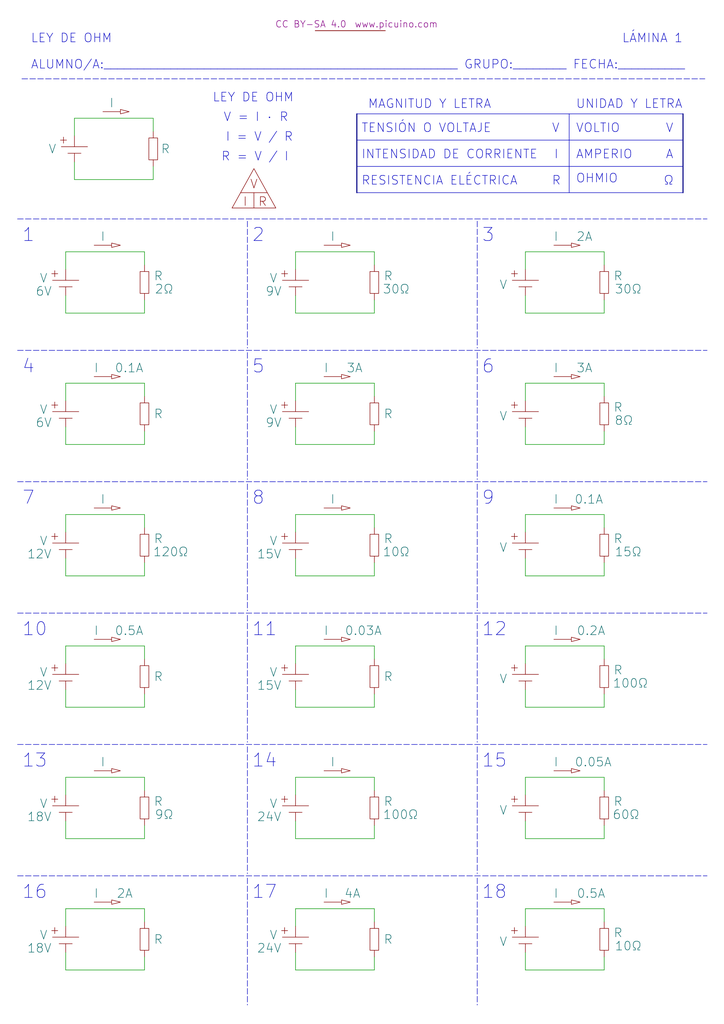
<source format=kicad_sch>
(kicad_sch (version 20231120) (generator "eeschema") (generator_version "8.0")
  (paper "A4" portrait)
  (title_block (title "Ley de Ohm") (date "2021-05-15") (company "www.picuino.com") (comment 1 "Copyright (c) 2021 by Carlos Pardo") (comment 2 "License CC BY-SA 4.0"))
  (lib_symbols
    (symbol "electric-ley-ohm-inicio-rescue:CopyRight-simbolos" (pin_names (offset 1.016))
      (property "License" "CC BY-SA 4.0" (at -1.27 -1.27 0))
      (property "Web" "www.picuino.com" (at 0 -1.27 0))
      (symbol "CopyRight-simbolos_0_1"
        (polyline (pts (xy -10.16 0) (xy 10.16 0)) (stroke (width 0.2032)))
      )
    )
    (symbol "electric-ley-ohm-inicio-rescue:Ley_Ohm-simbolos" (pin_names (offset 1.016))
      (symbol "Ley_Ohm-simbolos_0_0"
        (text "I" (at -2.54 1.905 0) (effects (font (size 2.54 2.54))))
        (text "R" (at 2.54 1.905 0) (effects (font (size 2.54 2.54))))
        (text "V" (at 0 6.985 0) (effects (font (size 2.54 2.54))))
      )
      (symbol "Ley_Ohm-simbolos_0_1"
        (polyline (pts (xy -6.35 0) (xy 6.35 0)))
        (polyline (pts (xy -3.81 4.445) (xy 3.81 4.445)))
        (polyline (pts (xy 0 4.445) (xy 0 0)))
        (polyline (pts (xy -6.35 0) (xy 0 11.43) (xy 6.35 0)))
      )
    )
    (symbol "electric-ley-ohm-inicio-rescue:Pila-simbolos" (pin_names (offset 1.016))
      (property "Reference" "V" (at 5.08 -4.445 0))
      (symbol "Pila-simbolos_0_1"
        (polyline (pts (xy -4.064 -1.27) (xy -2.286 -1.27)))
        (polyline (pts (xy -3.81 -3.175) (xy 3.81 -3.175)))
        (polyline (pts (xy -3.175 -0.381) (xy -3.175 -2.159)))
        (polyline (pts (xy -1.905 -5.08) (xy 1.905 -5.08)))
      )
      (symbol "Pila-simbolos_1_1"
        (pin input line (at 0 -7.62 90) (length 2.54) (name "") (number ""))
        (pin input line (at 0 0 270) (length 3.175) (name "") (number ""))
      )
    )
    (symbol "electric-ley-ohm-inicio-rescue:current-simbolos" (pin_names (offset 1.016))
      (property "Reference" "I" (at 2.54 1.27 0))
      (symbol "current-simbolos_0_1"
        (polyline (pts (xy 0 0) (xy 5.08 0) (xy 5.08 0.635) (xy 7.62 0) (xy 5.08 -0.635) (xy 5.08 0)))
      )
    )
    (symbol "electric-ley-ohm-inicio-rescue:resistencia-simbolos" (pin_names (offset 1.016))
      (property "Reference" "R" (at 1.905 -5.08 0))
      (symbol "resistencia-simbolos_0_1"
        (rectangle (start -1.27 -1.905) (end 1.27 -8.255))
      )
      (symbol "resistencia-simbolos_1_1"
        (pin input line (at 0 -10.16 90) (length 1.905) (name "") (number ""))
        (pin input line (at 0 0 270) (length 1.905) (name "") (number ""))
      )
    )
  )
  (wire (pts (xy 19.05 243.205) (xy 41.91 243.205)))
  (polyline (pts (xy 138.43 216.535) (xy 138.43 253.365)) (stroke (width 0) (type dash)))
  (wire (pts (xy 85.725 111.125) (xy 108.585 111.125)))
  (wire (pts (xy 108.585 281.305) (xy 108.585 277.495)))
  (wire (pts (xy 152.4 111.125) (xy 175.26 111.125)))
  (wire (pts (xy 85.725 85.725) (xy 85.725 90.805)))
  (polyline (pts (xy 138.43 178.435) (xy 138.43 215.265)) (stroke (width 0) (type dash)))
  (wire (pts (xy 175.26 281.305) (xy 175.26 277.495)))
  (wire (pts (xy 85.725 192.405) (xy 85.725 187.325)))
  (polyline (pts (xy 165.1 33.02) (xy 165.1 55.88)))
  (polyline (pts (xy 138.43 64.135) (xy 138.43 100.965)) (stroke (width 0) (type dash)))
  (wire (pts (xy 108.585 111.125) (xy 108.585 114.935)))
  (wire (pts (xy 152.4 78.105) (xy 152.4 73.025)))
  (wire (pts (xy 41.91 73.025) (xy 41.91 76.835)))
  (wire (pts (xy 175.26 73.025) (xy 175.26 76.835)))
  (wire (pts (xy 108.585 73.025) (xy 108.585 76.835)))
  (wire (pts (xy 41.91 187.325) (xy 41.91 191.135)))
  (bus (pts (xy 103.505 33.02) (xy 103.505 55.88)))
  (wire (pts (xy 44.45 52.07) (xy 44.45 48.26)))
  (wire (pts (xy 152.4 268.605) (xy 152.4 263.525)))
  (wire (pts (xy 175.26 90.805) (xy 175.26 86.995)))
  (polyline (pts (xy 5.08 177.8) (xy 205.105 177.8)) (stroke (width 0) (type dash)))
  (wire (pts (xy 19.05 268.605) (xy 19.05 263.525)))
  (wire (pts (xy 85.725 225.425) (xy 108.585 225.425)))
  (wire (pts (xy 175.26 111.125) (xy 175.26 114.935)))
  (polyline (pts (xy 5.08 215.9) (xy 205.105 215.9)) (stroke (width 0) (type dash)))
  (wire (pts (xy 19.05 90.805) (xy 41.91 90.805)))
  (wire (pts (xy 19.05 116.205) (xy 19.05 111.125)))
  (wire (pts (xy 108.585 167.005) (xy 108.585 163.195)))
  (wire (pts (xy 108.585 90.805) (xy 108.585 86.995)))
  (wire (pts (xy 152.4 90.805) (xy 175.26 90.805)))
  (wire (pts (xy 19.05 123.825) (xy 19.05 128.905)))
  (wire (pts (xy 85.725 238.125) (xy 85.725 243.205)))
  (wire (pts (xy 85.725 187.325) (xy 108.585 187.325)))
  (wire (pts (xy 41.91 243.205) (xy 41.91 239.395)))
  (wire (pts (xy 85.725 149.225) (xy 108.585 149.225)))
  (wire (pts (xy 19.05 192.405) (xy 19.05 187.325)))
  (wire (pts (xy 19.05 78.105) (xy 19.05 73.025)))
  (wire (pts (xy 44.45 34.29) (xy 44.45 38.1)))
  (wire (pts (xy 152.4 205.105) (xy 175.26 205.105)))
  (wire (pts (xy 85.725 123.825) (xy 85.725 128.905)))
  (wire (pts (xy 152.4 123.825) (xy 152.4 128.905)))
  (polyline (pts (xy 198.12 33.02) (xy 198.12 55.88)))
  (wire (pts (xy 85.725 90.805) (xy 108.585 90.805)))
  (wire (pts (xy 41.91 149.225) (xy 41.91 153.035)))
  (polyline (pts (xy 6.35 22.86) (xy 204.47 22.86)) (stroke (width 0) (type dash)))
  (polyline (pts (xy 103.505 40.64) (xy 198.12 40.64)))
  (wire (pts (xy 85.725 161.925) (xy 85.725 167.005)))
  (wire (pts (xy 19.05 263.525) (xy 41.91 263.525)))
  (wire (pts (xy 152.4 167.005) (xy 175.26 167.005)))
  (wire (pts (xy 85.725 281.305) (xy 108.585 281.305)))
  (wire (pts (xy 19.05 154.305) (xy 19.05 149.225)))
  (polyline (pts (xy 103.505 33.02) (xy 198.12 33.02)))
  (wire (pts (xy 152.4 149.225) (xy 175.26 149.225)))
  (polyline (pts (xy 5.08 139.7) (xy 205.105 139.7)) (stroke (width 0) (type dash)))
  (wire (pts (xy 85.725 276.225) (xy 85.725 281.305)))
  (wire (pts (xy 152.4 73.025) (xy 175.26 73.025)))
  (wire (pts (xy 152.4 281.305) (xy 175.26 281.305)))
  (wire (pts (xy 21.59 46.99) (xy 21.59 52.07)))
  (polyline (pts (xy 71.755 64.135) (xy 71.755 100.965)) (stroke (width 0) (type dash)))
  (wire (pts (xy 152.4 276.225) (xy 152.4 281.305)))
  (wire (pts (xy 152.4 230.505) (xy 152.4 225.425)))
  (wire (pts (xy 19.05 205.105) (xy 41.91 205.105)))
  (wire (pts (xy 41.91 225.425) (xy 41.91 229.235)))
  (wire (pts (xy 41.91 128.905) (xy 41.91 125.095)))
  (polyline (pts (xy 5.08 101.6) (xy 205.105 101.6)) (stroke (width 0) (type dash)))
  (wire (pts (xy 152.4 225.425) (xy 175.26 225.425)))
  (wire (pts (xy 175.26 225.425) (xy 175.26 229.235)))
  (wire (pts (xy 108.585 225.425) (xy 108.585 229.235)))
  (wire (pts (xy 41.91 263.525) (xy 41.91 267.335)))
  (wire (pts (xy 108.585 128.905) (xy 108.585 125.095)))
  (wire (pts (xy 85.725 154.305) (xy 85.725 149.225)))
  (wire (pts (xy 19.05 230.505) (xy 19.05 225.425)))
  (wire (pts (xy 85.725 200.025) (xy 85.725 205.105)))
  (wire (pts (xy 19.05 281.305) (xy 41.91 281.305)))
  (wire (pts (xy 85.725 243.205) (xy 108.585 243.205)))
  (polyline (pts (xy 71.755 140.335) (xy 71.755 177.165)) (stroke (width 0) (type dash)))
  (wire (pts (xy 175.26 205.105) (xy 175.26 201.295)))
  (wire (pts (xy 41.91 90.805) (xy 41.91 86.995)))
  (wire (pts (xy 85.725 205.105) (xy 108.585 205.105)))
  (wire (pts (xy 152.4 243.205) (xy 175.26 243.205)))
  (wire (pts (xy 41.91 281.305) (xy 41.91 277.495)))
  (wire (pts (xy 19.05 128.905) (xy 41.91 128.905)))
  (wire (pts (xy 152.4 128.905) (xy 175.26 128.905)))
  (polyline (pts (xy 138.43 254.635) (xy 138.43 291.465)) (stroke (width 0) (type dash)))
  (polyline (pts (xy 103.505 55.88) (xy 198.12 55.88)))
  (wire (pts (xy 85.725 263.525) (xy 108.585 263.525)))
  (polyline (pts (xy 71.755 102.235) (xy 71.755 139.065)) (stroke (width 0) (type dash)))
  (wire (pts (xy 152.4 85.725) (xy 152.4 90.805)))
  (wire (pts (xy 19.05 85.725) (xy 19.05 90.805)))
  (wire (pts (xy 19.05 73.025) (xy 41.91 73.025)))
  (wire (pts (xy 85.725 128.905) (xy 108.585 128.905)))
  (wire (pts (xy 19.05 225.425) (xy 41.91 225.425)))
  (wire (pts (xy 152.4 161.925) (xy 152.4 167.005)))
  (wire (pts (xy 152.4 187.325) (xy 175.26 187.325)))
  (polyline (pts (xy 138.43 102.235) (xy 138.43 139.065)) (stroke (width 0) (type dash)))
  (wire (pts (xy 85.725 78.105) (xy 85.725 73.025)))
  (polyline (pts (xy 5.08 254) (xy 205.105 254)) (stroke (width 0) (type dash)))
  (wire (pts (xy 175.26 167.005) (xy 175.26 163.195)))
  (wire (pts (xy 85.725 268.605) (xy 85.725 263.525)))
  (wire (pts (xy 19.05 238.125) (xy 19.05 243.205)))
  (wire (pts (xy 41.91 205.105) (xy 41.91 201.295)))
  (polyline (pts (xy 71.755 178.435) (xy 71.755 215.265)) (stroke (width 0) (type dash)))
  (wire (pts (xy 175.26 128.905) (xy 175.26 125.095)))
  (wire (pts (xy 19.05 276.225) (xy 19.05 281.305)))
  (polyline (pts (xy 103.505 48.26) (xy 198.12 48.26)))
  (wire (pts (xy 85.725 230.505) (xy 85.725 225.425)))
  (wire (pts (xy 152.4 192.405) (xy 152.4 187.325)))
  (wire (pts (xy 21.59 34.29) (xy 44.45 34.29)))
  (bus (pts (xy 198.12 33.02) (xy 198.12 55.88)))
  (wire (pts (xy 152.4 116.205) (xy 152.4 111.125)))
  (wire (pts (xy 21.59 39.37) (xy 21.59 34.29)))
  (wire (pts (xy 21.59 52.07) (xy 44.45 52.07)))
  (wire (pts (xy 152.4 263.525) (xy 175.26 263.525)))
  (wire (pts (xy 85.725 116.205) (xy 85.725 111.125)))
  (wire (pts (xy 175.26 263.525) (xy 175.26 267.335)))
  (wire (pts (xy 175.26 149.225) (xy 175.26 153.035)))
  (wire (pts (xy 108.585 187.325) (xy 108.585 191.135)))
  (wire (pts (xy 19.05 167.005) (xy 41.91 167.005)))
  (polyline (pts (xy 71.755 254.635) (xy 71.755 291.465)) (stroke (width 0) (type dash)))
  (wire (pts (xy 19.05 161.925) (xy 19.05 167.005)))
  (wire (pts (xy 85.725 167.005) (xy 108.585 167.005)))
  (polyline (pts (xy 71.755 216.535) (xy 71.755 253.365)) (stroke (width 0) (type dash)))
  (wire (pts (xy 108.585 205.105) (xy 108.585 201.295)))
  (wire (pts (xy 19.05 111.125) (xy 41.91 111.125)))
  (wire (pts (xy 19.05 200.025) (xy 19.05 205.105)))
  (wire (pts (xy 85.725 73.025) (xy 108.585 73.025)))
  (wire (pts (xy 108.585 243.205) (xy 108.585 239.395)))
  (wire (pts (xy 19.05 149.225) (xy 41.91 149.225)))
  (wire (pts (xy 108.585 263.525) (xy 108.585 267.335)))
  (polyline (pts (xy 138.43 140.335) (xy 138.43 177.165)) (stroke (width 0) (type dash)))
  (wire (pts (xy 152.4 238.125) (xy 152.4 243.205)))
  (wire (pts (xy 152.4 200.025) (xy 152.4 205.105)))
  (wire (pts (xy 175.26 243.205) (xy 175.26 239.395)))
  (polyline (pts (xy 5.08 63.5) (xy 205.105 63.5)) (stroke (width 0) (type dash)))
  (wire (pts (xy 41.91 167.005) (xy 41.91 163.195)))
  (wire (pts (xy 108.585 149.225) (xy 108.585 153.035)))
  (wire (pts (xy 41.91 111.125) (xy 41.91 114.935)))
  (wire (pts (xy 152.4 154.305) (xy 152.4 149.225)))
  (wire (pts (xy 175.26 187.325) (xy 175.26 191.135)))
  (wire (pts (xy 19.05 187.325) (xy 41.91 187.325)))
  (text "INTENSIDAD DE CORRIENTE\n" (at 104.775 46.355 0) (effects (font (size 2.54 2.54)) (justify left bottom)))
  (text "I = V / R" (at 65.405 41.275 0) (effects (font (size 2.54 2.54)) (justify left bottom)))
  (text "ALUMNO/A:_____________________________________________________ GRUPO:________ FECHA:__________" (at 8.89 20.32 0) (effects (font (size 2.54 2.54)) (justify left bottom)))
  (text "MAGNITUD Y LETRA" (at 106.68 31.75 0) (effects (font (size 2.54 2.54)) (justify left bottom)))
  (text "8" (at 73.025 146.685 0) (effects (font (size 3.81 3.81)) (justify left bottom)))
  (text "2" (at 73.025 70.485 0) (effects (font (size 3.81 3.81)) (justify left bottom)))
  (text "OHMIO\n" (at 167.005 53.34 0) (effects (font (size 2.54 2.54)) (justify left bottom)))
  (text "UNIDAD Y LETRA" (at 167.005 31.75 0) (effects (font (size 2.54 2.54)) (justify left bottom)))
  (text "RESISTENCIA ELÉCTRICA" (at 104.775 53.975 0) (effects (font (size 2.54 2.54)) (justify left bottom)))
  (text "13" (at 6.35 222.885 0) (effects (font (size 3.81 3.81)) (justify left bottom)))
  (text "LEY DE OHM\n" (at 8.89 12.7 0) (effects (font (size 2.54 2.54)) (justify left bottom)))
  (text "18" (at 139.7 260.985 0) (effects (font (size 3.81 3.81)) (justify left bottom)))
  (text "14" (at 73.025 222.885 0) (effects (font (size 3.81 3.81)) (justify left bottom)))
  (text "V" (at 193.04 38.735 0) (effects (font (size 2.54 2.54)) (justify left bottom)))
  (text "VOLTIO" (at 167.005 38.735 0) (effects (font (size 2.54 2.54)) (justify left bottom)))
  (text "R" (at 160.02 53.975 0) (effects (font (size 2.54 2.54)) (justify left bottom)))
  (text "V = I · R" (at 64.77 35.56 0) (effects (font (size 2.54 2.54)) (justify left bottom)))
  (text "5" (at 73.025 108.585 0) (effects (font (size 3.81 3.81)) (justify left bottom)))
  (text "LEY DE OHM" (at 61.595 29.845 0) (effects (font (size 2.54 2.54)) (justify left bottom)))
  (text "6" (at 139.7 108.585 0) (effects (font (size 3.81 3.81)) (justify left bottom)))
  (text "12" (at 139.7 184.785 0) (effects (font (size 3.81 3.81)) (justify left bottom)))
  (text "7" (at 6.35 146.685 0) (effects (font (size 3.81 3.81)) (justify left bottom)))
  (text "V" (at 160.02 38.735 0) (effects (font (size 2.54 2.54)) (justify left bottom)))
  (text "15" (at 139.7 222.885 0) (effects (font (size 3.81 3.81)) (justify left bottom)))
  (text "I" (at 160.655 46.355 0) (effects (font (size 2.54 2.54)) (justify left bottom)))
  (text "A" (at 193.04 46.355 0) (effects (font (size 2.54 2.54)) (justify left bottom)))
  (text "1" (at 6.35 70.485 0) (effects (font (size 3.81 3.81)) (justify left bottom)))
  (text "AMPERIO" (at 167.005 46.355 0) (effects (font (size 2.54 2.54)) (justify left bottom)))
  (text "TENSIÓN O VOLTAJE" (at 104.775 38.735 0) (effects (font (size 2.54 2.54)) (justify left bottom)))
  (text "3" (at 139.7 70.485 0) (effects (font (size 3.81 3.81)) (justify left bottom)))
  (text "10" (at 6.35 184.785 0) (effects (font (size 3.81 3.81)) (justify left bottom)))
  (text "Ω" (at 192.405 53.975 0) (effects (font (size 2.54 2.54)) (justify left bottom)))
  (text "4" (at 6.35 108.585 0) (effects (font (size 3.81 3.81)) (justify left bottom)))
  (text "LÁMINA 1\n" (at 198.12 12.7 0) (effects (font (size 2.54 2.54)) (justify right bottom)))
  (text "9" (at 139.7 146.685 0) (effects (font (size 3.81 3.81)) (justify left bottom)))
  (text "R = V / I" (at 64.135 46.99 0) (effects (font (size 2.54 2.54)) (justify left bottom)))
  (text "17" (at 73.025 260.985 0) (effects (font (size 3.81 3.81)) (justify left bottom)))
  (text "16" (at 6.35 260.985 0) (effects (font (size 3.81 3.81)) (justify left bottom)))
  (text "11" (at 73.025 184.785 0) (effects (font (size 3.81 3.81)) (justify left bottom)))
  (symbol (lib_name "electric-ley-ohm-inicio-rescue:resistencia-simbolos") (lib_id "electric-ley-ohm-inicio-rescue:resistencia-simbolos") (at 44.45 38.1 0) (unit 1)
    (property "Reference" "R" (at 46.5074 43.18 0) (effects (font (size 2.54 2.54)) (justify left)))
    (property "Value" "resistencia" (effects (hide yes)))
  )
  (symbol (lib_name "electric-ley-ohm-inicio-rescue:Pila-simbolos") (lib_id "electric-ley-ohm-inicio-rescue:Pila-simbolos") (at 21.59 39.37 0) (unit 1)
    (property "Reference" "V" (at 16.51 43.18 0) (effects (font (size 2.54 2.54)) (justify right)))
    (property "Value" "Pila" (effects (hide yes)))
  )
  (symbol (lib_id "electric-ley-ohm-inicio-rescue:current-simbolos") (at 29.845 32.385 0) (unit 1)
    (property "Reference" "I" (at 32.385 29.845 0) (effects (font (size 2.54 2.54))))
    (property "Value" "current" (effects (hide yes)))
  )
  (symbol (lib_id "electric-ley-ohm-inicio-rescue:CopyRight-simbolos") (at 101.6 8.89 0) (unit 1)
    (property "Reference" "CP?" (effects (hide yes)))
    (property "Value" "CopyRight" (effects (hide yes)))
    (property "License" "CC BY-SA 4.0" (at 90.17 6.985 0) (effects (font (size 1.905 1.905))))
    (property "Web" "www.picuino.com" (at 114.935 6.985 0) (effects (font (size 1.905 1.905))))
  )
  (symbol (lib_id "electric-ley-ohm-inicio-rescue:Ley_Ohm-simbolos") (at 73.66 60.325 0) (unit 1)
    (property "Reference" "L?" (effects (hide yes)))
    (property "Value" "Ley_Ohm" (effects (hide yes)))
  )
  (symbol (lib_id "electric-ley-ohm-inicio-rescue:resistencia-simbolos") (at 41.91 76.835 0) (unit 1)
    (property "Reference" "R" (at 44.45 80.01 0) (effects (font (size 2.54 2.54)) (justify left)))
    (property "Value" "2Ω" (at 47.625 83.82 0) (effects (font (size 2.54 2.54))))
  )
  (symbol (lib_id "electric-ley-ohm-inicio-rescue:Pila-simbolos") (at 19.05 78.105 0) (unit 1)
    (property "Reference" "V" (at 13.97 80.645 0) (effects (font (size 2.54 2.54)) (justify right)))
    (property "Value" "6V" (at 12.7 84.455 0) (effects (font (size 2.54 2.54))))
  )
  (symbol (lib_id "electric-ley-ohm-inicio-rescue:current-simbolos") (at 27.305 71.12 0) (unit 1)
    (property "Reference" "I" (at 29.845 68.58 0) (effects (font (size 2.54 2.54))))
    (property "Value" "current" (effects (hide yes)))
  )
  (symbol (lib_id "electric-ley-ohm-inicio-rescue:resistencia-simbolos") (at 41.91 114.935 0) (unit 1)
    (property "Reference" "R" (at 44.45 120.015 0) (effects (font (size 2.54 2.54)) (justify left)))
    (property "Value" "2Ω" (effects (hide yes)))
  )
  (symbol (lib_id "electric-ley-ohm-inicio-rescue:Pila-simbolos") (at 19.05 116.205 0) (unit 1)
    (property "Reference" "V" (at 13.97 118.745 0) (effects (font (size 2.54 2.54)) (justify right)))
    (property "Value" "6V" (at 12.7 122.555 0) (effects (font (size 2.54 2.54))))
  )
  (symbol (lib_id "electric-ley-ohm-inicio-rescue:current-simbolos") (at 27.305 109.22 0) (unit 1)
    (property "Reference" "I" (at 27.94 106.68 0) (effects (font (size 2.54 2.54))))
    (property "Value" "0.1A" (at 37.465 106.68 0) (effects (font (size 2.54 2.54))))
  )
  (symbol (lib_id "electric-ley-ohm-inicio-rescue:resistencia-simbolos") (at 41.91 153.035 0) (unit 1)
    (property "Reference" "R" (at 44.45 156.21 0) (effects (font (size 2.54 2.54)) (justify left)))
    (property "Value" "120Ω" (at 49.53 160.02 0) (effects (font (size 2.54 2.54))))
  )
  (symbol (lib_id "electric-ley-ohm-inicio-rescue:Pila-simbolos") (at 19.05 154.305 0) (unit 1)
    (property "Reference" "V" (at 13.97 156.845 0) (effects (font (size 2.54 2.54)) (justify right)))
    (property "Value" "12V" (at 11.43 160.655 0) (effects (font (size 2.54 2.54))))
  )
  (symbol (lib_id "electric-ley-ohm-inicio-rescue:current-simbolos") (at 27.305 147.32 0) (unit 1)
    (property "Reference" "I" (at 29.845 144.78 0) (effects (font (size 2.54 2.54))))
    (property "Value" "current" (effects (hide yes)))
  )
  (symbol (lib_id "electric-ley-ohm-inicio-rescue:Pila-simbolos") (at 19.05 192.405 0) (unit 1)
    (property "Reference" "V" (at 13.97 194.945 0) (effects (font (size 2.54 2.54)) (justify right)))
    (property "Value" "12V" (at 11.43 198.755 0) (effects (font (size 2.54 2.54))))
  )
  (symbol (lib_id "electric-ley-ohm-inicio-rescue:resistencia-simbolos") (at 41.91 229.235 0) (unit 1)
    (property "Reference" "R" (at 44.45 232.41 0) (effects (font (size 2.54 2.54)) (justify left)))
    (property "Value" "9Ω" (at 47.625 236.22 0) (effects (font (size 2.54 2.54))))
  )
  (symbol (lib_id "electric-ley-ohm-inicio-rescue:Pila-simbolos") (at 19.05 230.505 0) (unit 1)
    (property "Reference" "V" (at 13.97 233.045 0) (effects (font (size 2.54 2.54)) (justify right)))
    (property "Value" "18V" (at 11.43 236.855 0) (effects (font (size 2.54 2.54))))
  )
  (symbol (lib_id "electric-ley-ohm-inicio-rescue:current-simbolos") (at 27.305 223.52 0) (unit 1)
    (property "Reference" "I" (at 29.845 220.98 0) (effects (font (size 2.54 2.54))))
    (property "Value" "current" (effects (hide yes)))
  )
  (symbol (lib_id "electric-ley-ohm-inicio-rescue:Pila-simbolos") (at 19.05 268.605 0) (unit 1)
    (property "Reference" "V" (at 13.97 271.145 0) (effects (font (size 2.54 2.54)) (justify right)))
    (property "Value" "18V" (at 11.43 274.955 0) (effects (font (size 2.54 2.54))))
  )
  (symbol (lib_id "electric-ley-ohm-inicio-rescue:resistencia-simbolos") (at 108.585 76.835 0) (unit 1)
    (property "Reference" "R" (at 111.125 80.01 0) (effects (font (size 2.54 2.54)) (justify left)))
    (property "Value" "30Ω" (at 114.935 83.82 0) (effects (font (size 2.54 2.54))))
  )
  (symbol (lib_id "electric-ley-ohm-inicio-rescue:Pila-simbolos") (at 85.725 78.105 0) (unit 1)
    (property "Reference" "V" (at 80.645 80.645 0) (effects (font (size 2.54 2.54)) (justify right)))
    (property "Value" "9V" (at 79.375 84.455 0) (effects (font (size 2.54 2.54))))
  )
  (symbol (lib_id "electric-ley-ohm-inicio-rescue:current-simbolos") (at 93.98 71.12 0) (unit 1)
    (property "Reference" "I" (at 96.52 68.58 0) (effects (font (size 2.54 2.54))))
    (property "Value" "current" (effects (hide yes)))
  )
  (symbol (lib_id "electric-ley-ohm-inicio-rescue:resistencia-simbolos") (at 108.585 114.935 0) (unit 1)
    (property "Reference" "R" (at 111.125 120.015 0) (effects (font (size 2.54 2.54)) (justify left)))
    (property "Value" "2Ω" (effects (hide yes)))
  )
  (symbol (lib_id "electric-ley-ohm-inicio-rescue:Pila-simbolos") (at 85.725 116.205 0) (unit 1)
    (property "Reference" "V" (at 80.645 118.745 0) (effects (font (size 2.54 2.54)) (justify right)))
    (property "Value" "9V" (at 79.375 122.555 0) (effects (font (size 2.54 2.54))))
  )
  (symbol (lib_id "electric-ley-ohm-inicio-rescue:current-simbolos") (at 93.98 109.22 0) (unit 1)
    (property "Reference" "I" (at 94.615 106.68 0) (effects (font (size 2.54 2.54))))
    (property "Value" "3A" (at 102.87 106.68 0) (effects (font (size 2.54 2.54))))
  )
  (symbol (lib_id "electric-ley-ohm-inicio-rescue:resistencia-simbolos") (at 108.585 153.035 0) (unit 1)
    (property "Reference" "R" (at 111.125 156.21 0) (effects (font (size 2.54 2.54)) (justify left)))
    (property "Value" "10Ω" (at 114.935 160.02 0) (effects (font (size 2.54 2.54))))
  )
  (symbol (lib_id "electric-ley-ohm-inicio-rescue:Pila-simbolos") (at 85.725 154.305 0) (unit 1)
    (property "Reference" "V" (at 80.645 156.845 0) (effects (font (size 2.54 2.54)) (justify right)))
    (property "Value" "15V" (at 78.105 160.655 0) (effects (font (size 2.54 2.54))))
  )
  (symbol (lib_id "electric-ley-ohm-inicio-rescue:current-simbolos") (at 93.98 147.32 0) (unit 1)
    (property "Reference" "I" (at 96.52 144.78 0) (effects (font (size 2.54 2.54))))
    (property "Value" "current" (effects (hide yes)))
  )
  (symbol (lib_id "electric-ley-ohm-inicio-rescue:Pila-simbolos") (at 85.725 192.405 0) (unit 1)
    (property "Reference" "V" (at 80.645 194.945 0) (effects (font (size 2.54 2.54)) (justify right)))
    (property "Value" "15V" (at 78.105 198.755 0) (effects (font (size 2.54 2.54))))
  )
  (symbol (lib_id "electric-ley-ohm-inicio-rescue:resistencia-simbolos") (at 108.585 229.235 0) (unit 1)
    (property "Reference" "R" (at 111.125 232.41 0) (effects (font (size 2.54 2.54)) (justify left)))
    (property "Value" "100Ω" (at 116.205 236.22 0) (effects (font (size 2.54 2.54))))
  )
  (symbol (lib_id "electric-ley-ohm-inicio-rescue:Pila-simbolos") (at 85.725 230.505 0) (unit 1)
    (property "Reference" "V" (at 80.645 233.045 0) (effects (font (size 2.54 2.54)) (justify right)))
    (property "Value" "24V" (at 78.105 236.855 0) (effects (font (size 2.54 2.54))))
  )
  (symbol (lib_id "electric-ley-ohm-inicio-rescue:current-simbolos") (at 93.98 223.52 0) (unit 1)
    (property "Reference" "I" (at 96.52 220.98 0) (effects (font (size 2.54 2.54))))
    (property "Value" "current" (effects (hide yes)))
  )
  (symbol (lib_id "electric-ley-ohm-inicio-rescue:Pila-simbolos") (at 85.725 268.605 0) (unit 1)
    (property "Reference" "V" (at 80.645 271.145 0) (effects (font (size 2.54 2.54)) (justify right)))
    (property "Value" "24V" (at 78.105 274.955 0) (effects (font (size 2.54 2.54))))
  )
  (symbol (lib_id "electric-ley-ohm-inicio-rescue:resistencia-simbolos") (at 175.26 76.835 0) (unit 1)
    (property "Reference" "R" (at 177.8 80.01 0) (effects (font (size 2.54 2.54)) (justify left)))
    (property "Value" "30Ω" (at 182.245 83.82 0) (effects (font (size 2.54 2.54))))
  )
  (symbol (lib_id "electric-ley-ohm-inicio-rescue:Pila-simbolos") (at 152.4 78.105 0) (unit 1)
    (property "Reference" "V" (at 147.32 82.55 0) (effects (font (size 2.54 2.54)) (justify right)))
    (property "Value" "6V" (effects (hide yes)))
  )
  (symbol (lib_id "electric-ley-ohm-inicio-rescue:resistencia-simbolos") (at 175.26 114.935 0) (unit 1)
    (property "Reference" "R" (at 177.8 118.11 0) (effects (font (size 2.54 2.54)) (justify left)))
    (property "Value" "8Ω" (at 180.975 121.92 0) (effects (font (size 2.54 2.54))))
  )
  (symbol (lib_id "electric-ley-ohm-inicio-rescue:resistencia-simbolos") (at 175.26 153.035 0) (unit 1)
    (property "Reference" "R" (at 177.8 156.21 0) (effects (font (size 2.54 2.54)) (justify left)))
    (property "Value" "15Ω" (at 182.245 160.02 0) (effects (font (size 2.54 2.54))))
  )
  (symbol (lib_id "electric-ley-ohm-inicio-rescue:resistencia-simbolos") (at 175.26 191.135 0) (unit 1)
    (property "Reference" "R" (at 177.8 194.31 0) (effects (font (size 2.54 2.54)) (justify left)))
    (property "Value" "100Ω" (at 182.88 198.12 0) (effects (font (size 2.54 2.54))))
  )
  (symbol (lib_id "electric-ley-ohm-inicio-rescue:resistencia-simbolos") (at 175.26 229.235 0) (unit 1)
    (property "Reference" "R" (at 177.8 232.41 0) (effects (font (size 2.54 2.54)) (justify left)))
    (property "Value" "60Ω" (at 181.61 236.22 0) (effects (font (size 2.54 2.54))))
  )
  (symbol (lib_id "electric-ley-ohm-inicio-rescue:resistencia-simbolos") (at 175.26 267.335 0) (unit 1)
    (property "Reference" "R" (at 177.8 270.51 0) (effects (font (size 2.54 2.54)) (justify left)))
    (property "Value" "10Ω" (at 182.245 274.32 0) (effects (font (size 2.54 2.54))))
  )
  (symbol (lib_id "electric-ley-ohm-inicio-rescue:current-simbolos") (at 27.305 185.42 0) (unit 1)
    (property "Reference" "I" (at 27.94 182.88 0) (effects (font (size 2.54 2.54))))
    (property "Value" "0.5A" (at 37.465 182.88 0) (effects (font (size 2.54 2.54))))
  )
  (symbol (lib_id "electric-ley-ohm-inicio-rescue:resistencia-simbolos") (at 41.91 191.135 0) (unit 1)
    (property "Reference" "R" (at 44.45 196.215 0) (effects (font (size 2.54 2.54)) (justify left)))
    (property "Value" "2Ω" (effects (hide yes)))
  )
  (symbol (lib_id "electric-ley-ohm-inicio-rescue:current-simbolos") (at 93.98 185.42 0) (unit 1)
    (property "Reference" "I" (at 94.615 182.88 0) (effects (font (size 2.54 2.54))))
    (property "Value" "0.03A" (at 105.41 182.88 0) (effects (font (size 2.54 2.54))))
  )
  (symbol (lib_id "electric-ley-ohm-inicio-rescue:resistencia-simbolos") (at 108.585 191.135 0) (unit 1)
    (property "Reference" "R" (at 111.125 196.215 0) (effects (font (size 2.54 2.54)) (justify left)))
    (property "Value" "2Ω" (effects (hide yes)))
  )
  (symbol (lib_id "electric-ley-ohm-inicio-rescue:resistencia-simbolos") (at 41.91 267.335 0) (unit 1)
    (property "Reference" "R" (at 44.45 272.415 0) (effects (font (size 2.54 2.54)) (justify left)))
    (property "Value" "2Ω" (effects (hide yes)))
  )
  (symbol (lib_id "electric-ley-ohm-inicio-rescue:resistencia-simbolos") (at 108.585 267.335 0) (unit 1)
    (property "Reference" "R" (at 111.125 272.415 0) (effects (font (size 2.54 2.54)) (justify left)))
    (property "Value" "2Ω" (effects (hide yes)))
  )
  (symbol (lib_id "electric-ley-ohm-inicio-rescue:current-simbolos") (at 27.305 261.62 0) (unit 1)
    (property "Reference" "I" (at 27.94 259.08 0) (effects (font (size 2.54 2.54))))
    (property "Value" "2A" (at 36.195 259.08 0) (effects (font (size 2.54 2.54))))
  )
  (symbol (lib_id "electric-ley-ohm-inicio-rescue:current-simbolos") (at 93.98 261.62 0) (unit 1)
    (property "Reference" "I" (at 94.615 259.08 0) (effects (font (size 2.54 2.54))))
    (property "Value" "4A" (at 102.235 259.08 0) (effects (font (size 2.54 2.54))))
  )
  (symbol (lib_id "electric-ley-ohm-inicio-rescue:Pila-simbolos") (at 152.4 116.205 0) (unit 1)
    (property "Reference" "V" (at 147.32 120.65 0) (effects (font (size 2.54 2.54)) (justify right)))
    (property "Value" "6V" (effects (hide yes)))
  )
  (symbol (lib_id "electric-ley-ohm-inicio-rescue:Pila-simbolos") (at 152.4 154.305 0) (unit 1)
    (property "Reference" "V" (at 147.32 158.75 0) (effects (font (size 2.54 2.54)) (justify right)))
    (property "Value" "6V" (effects (hide yes)))
  )
  (symbol (lib_id "electric-ley-ohm-inicio-rescue:Pila-simbolos") (at 152.4 192.405 0) (unit 1)
    (property "Reference" "V" (at 147.32 196.85 0) (effects (font (size 2.54 2.54)) (justify right)))
    (property "Value" "6V" (effects (hide yes)))
  )
  (symbol (lib_id "electric-ley-ohm-inicio-rescue:Pila-simbolos") (at 152.4 230.505 0) (unit 1)
    (property "Reference" "V" (at 147.32 234.95 0) (effects (font (size 2.54 2.54)) (justify right)))
    (property "Value" "6V" (effects (hide yes)))
  )
  (symbol (lib_id "electric-ley-ohm-inicio-rescue:Pila-simbolos") (at 152.4 268.605 0) (unit 1)
    (property "Reference" "V" (at 147.32 273.05 0) (effects (font (size 2.54 2.54)) (justify right)))
    (property "Value" "6V" (effects (hide yes)))
  )
  (symbol (lib_id "electric-ley-ohm-inicio-rescue:current-simbolos") (at 160.655 71.12 0) (unit 1)
    (property "Reference" "I" (at 161.29 68.58 0) (effects (font (size 2.54 2.54))))
    (property "Value" "2A" (at 169.545 68.58 0) (effects (font (size 2.54 2.54))))
  )
  (symbol (lib_id "electric-ley-ohm-inicio-rescue:current-simbolos") (at 160.655 109.22 0) (unit 1)
    (property "Reference" "I" (at 161.29 106.68 0) (effects (font (size 2.54 2.54))))
    (property "Value" "3A" (at 169.545 106.68 0) (effects (font (size 2.54 2.54))))
  )
  (symbol (lib_id "electric-ley-ohm-inicio-rescue:current-simbolos") (at 160.655 147.32 0) (unit 1)
    (property "Reference" "I" (at 161.29 144.78 0) (effects (font (size 2.54 2.54))))
    (property "Value" "0.1A" (at 170.815 144.78 0) (effects (font (size 2.54 2.54))))
  )
  (symbol (lib_id "electric-ley-ohm-inicio-rescue:current-simbolos") (at 160.655 185.42 0) (unit 1)
    (property "Reference" "I" (at 161.29 182.88 0) (effects (font (size 2.54 2.54))))
    (property "Value" "0.2A" (at 171.45 182.88 0) (effects (font (size 2.54 2.54))))
  )
  (symbol (lib_id "electric-ley-ohm-inicio-rescue:current-simbolos") (at 160.655 223.52 0) (unit 1)
    (property "Reference" "I" (at 161.29 220.98 0) (effects (font (size 2.54 2.54))))
    (property "Value" "0.05A" (at 172.085 220.98 0) (effects (font (size 2.54 2.54))))
  )
  (symbol (lib_id "electric-ley-ohm-inicio-rescue:current-simbolos") (at 160.655 261.62 0) (unit 1)
    (property "Reference" "I" (at 161.29 259.08 0) (effects (font (size 2.54 2.54))))
    (property "Value" "0.5A" (at 171.45 259.08 0) (effects (font (size 2.54 2.54))))
  )
  (sheet (at 254 19.05) (size 63.5 43.815)
    (property "Sheetname" "Ley de Ohm 2" (at 254 17.7034 0) (effects (font (size 2.54 2.54)) (justify left bottom)))
    (property "Sheetfile" "electric-ley-ohm-inicio-02.kicad_sch" (at 254 63.9576 0) (effects (font (size 2.54 2.54)) (justify left top)))
  )
)
</source>
